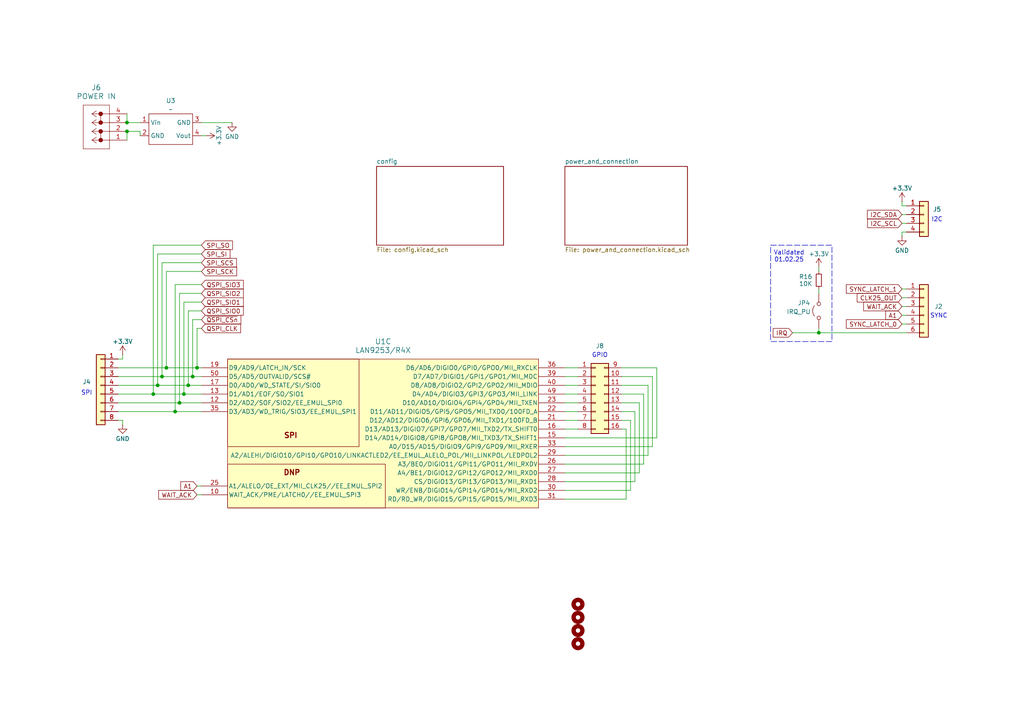
<source format=kicad_sch>
(kicad_sch (version 20231120) (generator "eeschema") (generator_version "8.0")
  (paper "A4")
  (title_block (title "Kyncat") (date "2025-01-03") (rev "0.0.1") (company "Kynsight GmbH") (comment 1 "Git : https://git.keydev.me/kynsight/Kyncathttps://git.keydev.me/kynsight/Kyncat") (comment 2 "EtherCAT devices for various use cases. This one is the first test board"))
  (lib_symbols
    (symbol "370_DCDC_Module:arnie4833"
      (property "Reference" "U" (at -5.588 6.35 0))
      (symbol "arnie4833_0_1"
        (rectangle (start -6.35 5.08) (end 6.35 -3.81))
      )
      (symbol "arnie4833_1_1"
        (pin power_in line (at -8.89 2.54 0) (length 2.54) (name "Vin") (number "1"))
        (pin power_in line (at -8.89 -1.27 0) (length 2.54) (name "GND") (number "2"))
        (pin power_out line (at 8.89 2.54 180) (length 2.54) (name "GND") (number "3"))
        (pin power_in line (at 8.89 -1.27 180) (length 2.54) (name "Vout") (number "4"))
      )
    )
    (symbol "470_specific_microchip:LAN9253_R4X" (pin_names (offset 0.254))
      (property "Reference" "U" (at -38.1 29.464 0))
      (property "Value" "LAN9253/R4X" (at -30.226 -31.242 0))
      (symbol "LAN9253_R4X_1_1"
        (rectangle (start -38.1 27.94) (end 38.1 -29.21) (fill (type background)))
        (polyline (pts (xy 0 -7.62) (xy 38.1 -7.62)))
        (polyline (pts (xy 38.1 13.97) (xy -38.1 13.97)))
        (polyline (pts (xy -38.1 -3.81) (xy 0 -3.81) (xy 0 13.97)))
        (polyline (pts (xy 0 -2.54) (xy 0 -29.21) (xy -38.1 -29.21)))
        (text "INT PORT1" (at 15.748 3.556 0) (effects (font (size 1.524 1.524) (thickness 0.3048) (bold yes))))
        (text "INT PORT2" (at 15.24 -19.05 0) (effects (font (size 1.524 1.524) (thickness 0.3048) (bold yes))))
        (text "OCS" (at -14.224 5.08 0) (effects (font (size 1.524 1.524) (thickness 0.3048) (bold yes))))
        (text "OTHER \nSIGNALS" (at -13.462 -12.954 0) (effects (font (size 1.524 1.524) (thickness 0.3048) (bold yes))))
        (text "POWER" (at -35.306 20.574 900) (effects (font (size 1.524 1.524) (thickness 0.3048) (bold yes))))
        (pin input line (at -45.72 7.62 0) (length 7.62) (name "OSCI") (number "1"))
        (pin bidirectional line (at -45.72 -15.24 0) (length 7.62) (name "RST#") (number "11"))
        (pin power_in line (at -5.08 35.56 270) (length 7.62) (name "VDDIO") (number "14"))
        (pin output line (at -45.72 3.81 0) (length 7.62) (name "OSCO") (number "2"))
        (pin power_in line (at -2.54 35.56 270) (length 7.62) (name "VDDIO") (number "20"))
        (pin power_in line (at 15.24 35.56 270) (length 7.62) (name "VDDCR") (number "24"))
        (pin power_in line (at -45.72 11.43 0) (length 7.62) (name "OSCVDD12") (number "3"))
        (pin power_in line (at 0 35.56 270) (length 7.62) (name "VDDIO") (number "32"))
        (pin power_in line (at 2.54 35.56 270) (length 7.62) (name "VDDIO") (number "37"))
        (pin power_in line (at 17.78 35.56 270) (length 7.62) (name "VDDCR") (number "38"))
        (pin power_out line (at -45.72 0 0) (length 7.62) (name "OSCVSS") (number "4"))
        (pin input line (at -45.72 -26.67 0) (length 7.62) (name "TESTMODE") (number "41"))
        (pin bidirectional line (at -45.72 -19.05 0) (length 7.62) (name "IRQ/LATCH1") (number "44"))
        (pin power_in line (at 5.08 35.56 270) (length 7.62) (name "VDDIO") (number "47"))
        (pin power_in line (at -12.7 35.56 270) (length 7.62) (name "VDD33") (number "5"))
        (pin power_in line (at -30.48 35.56 270) (length 7.62) (name "VDD33TXRX1") (number "51"))
        (pin unspecified line (at 45.72 7.62 180) (length 7.62) (name "TNXA") (number "52"))
        (pin unspecified line (at 45.72 5.08 180) (length 7.62) (name "TXPA") (number "53"))
        (pin unspecified line (at 45.72 2.54 180) (length 7.62) (name "RXNA") (number "54"))
        (pin unspecified line (at 45.72 0 180) (length 7.62) (name "RXPA") (number "55"))
        (pin power_in line (at 25.4 35.56 270) (length 7.62) (name "VDD12TX1") (number "56"))
        (pin unspecified line (at -45.72 -11.43 0) (length 7.62) (name "RBIAS") (number "57"))
        (pin power_in line (at -20.32 35.56 270) (length 7.62) (name "VDD33BIAS") (number "58"))
        (pin power_in line (at 27.94 35.56 270) (length 7.62) (name "VDD12TX2") (number "59"))
        (pin power_in line (at 12.7 35.56 270) (length 7.62) (name "VDDCR") (number "6"))
        (pin unspecified line (at 45.72 -22.86 180) (length 7.62) (name "RXPB") (number "60"))
        (pin unspecified line (at 45.72 -20.32 180) (length 7.62) (name "RXNB") (number "61"))
        (pin unspecified line (at 45.72 -17.78 180) (length 7.62) (name "TXPB") (number "62"))
        (pin unspecified line (at 45.72 -15.24 180) (length 7.62) (name "TXNB") (number "63"))
        (pin power_in line (at -27.94 35.56 270) (length 7.62) (name "VDD33TXRX2") (number "64"))
        (pin power_out line (at 35.56 35.56 270) (length 7.62) (name "GND") (number "65"))
        (pin unspecified line (at -45.72 -7.62 0) (length 7.62) (name "REG_EN") (number "7"))
        (pin bidirectional line (at -45.72 -22.86 0) (length 7.62) (name "CLK_25/CLK_25_EN/XTAL_MODE") (number "8"))
      )
      (symbol "LAN9253_R4X_2_1"
        (rectangle (start -53.34 10.16) (end 50.8 -10.16) (fill (type background)))
        (polyline (pts (xy -53.34 0) (xy 50.8 0)))
        (polyline (pts (xy 0 10.16) (xy 0 -10.16)))
        (text "Clock Sync/Latch \n      (OUT/IN)" (at -12.7 5.08 0) (effects (font (size 1.524 1.524) (thickness 0.3048) (bold yes))))
        (text "I2C\nEEPROM" (at 20.32 -4.826 0) (effects (font (size 1.524 1.524) (thickness 0.3048) (bold yes))))
        (text "MODE" (at 5.334 3.556 0) (effects (font (size 1.524 1.524) (thickness 0.3048) (bold yes))))
        (text "Status" (at -10.414 -3.302 0) (effects (font (size 1.524 1.524) (thickness 0.3048) (bold yes))))
        (pin bidirectional line (at -60.96 7.62 0) (length 7.62) (name "SYNC1/LATCH1/PME") (number "18"))
        (pin bidirectional line (at -60.96 3.81 0) (length 7.62) (name "SYNC0/LATCH0/PME") (number "34"))
        (pin bidirectional line (at 58.42 -3.81 180) (length 7.62) (name "EESDA/TMS/EE_EMUL1") (number "42"))
        (pin bidirectional line (at 58.42 -7.62 180) (length 7.62) (name "EESCL/TCK/EE_EMUL2") (number "43"))
        (pin bidirectional line (at -60.96 -7.62 0) (length 7.62) (name "RUNLED/STATE_RUNLED/E2PSIZE/EE_EMUL0/LEDPOL3") (number "45"))
        (pin bidirectional line (at 58.42 3.81 180) (length 7.62) (name "LINKACTLED1/TDI/CHIP_MODE1/LEDPOL1") (number "46"))
        (pin bidirectional line (at 58.42 7.62 180) (length 7.62) (name "LINKACTLED0/TDO/CHIP_MODE0/100FD_A/LEDPOL0") (number "48"))
        (pin bidirectional line (at -60.96 -3.81 0) (length 7.62) (name "ERRLED/PME/100FD_B/LEDPOL4") (number "9"))
      )
      (symbol "LAN9253_R4X_3_1"
        (rectangle (start -45.72 -11.43) (end 0 -24.13))
        (rectangle (start -45.72 19.05) (end 44.45 -24.13) (fill (type background)))
        (rectangle (start -7.62 19.05) (end -45.72 -6.35))
        (text "DNP" (at -27.0897 -13.8086 0) (effects (font (size 1.524 1.524) (thickness 0.3048) (bold yes))))
        (text "SPI" (at -27.432 -3.048 0) (effects (font (size 1.524 1.524) (thickness 0.3048) (bold yes))))
        (pin bidirectional line (at -53.34 -20.32 0) (length 7.62) (name "WAIT_ACK/PME/LATCH0//EE_EMUL_SPI3") (number "10"))
        (pin bidirectional line (at -53.34 6.35 0) (length 7.62) (name "D2/AD2/SOF/SIO2/EE_EMUL_SPI0") (number "12"))
        (pin bidirectional line (at -53.34 8.89 0) (length 7.62) (name "D1/AD1/EOF/SO/SIO1") (number "13"))
        (pin bidirectional line (at 52.07 -3.81 180) (length 7.62) (name "D14/AD14/DIGIO8/GPI8/GPO8/MII_TXD3/TX_SHIFT1") (number "15"))
        (pin bidirectional line (at 52.07 -1.27 180) (length 7.62) (name "D13/AD13/DIGIO7/GPI7/GPO7/MII_TXD2/TX_SHIFT0") (number "16"))
        (pin bidirectional line (at -53.34 11.43 0) (length 7.62) (name "D0/AD0/WD_STATE/SI/SIO0") (number "17"))
        (pin bidirectional line (at -53.34 16.51 0) (length 7.62) (name "D9/AD9/LATCH_IN/SCK") (number "19"))
        (pin bidirectional line (at 52.07 1.27 180) (length 7.62) (name "D12/AD12/DIGIO6/GPI6/GPO6/MII_TXD1/100FD_B") (number "21"))
        (pin bidirectional line (at 52.07 3.81 180) (length 7.62) (name "D11/AD11/DIGIO5/GPI5/GPO5/MII_TXD0/100FD_A") (number "22"))
        (pin bidirectional line (at 52.07 6.35 180) (length 7.62) (name "D10/AD10/DIGIO4/GPI4/GPO4/MII_TXEN") (number "23"))
        (pin bidirectional line (at -53.34 -17.78 0) (length 7.62) (name "A1/ALELO/OE_EXT/MII_CLK25//EE_EMUL_SPI2") (number "25"))
        (pin bidirectional line (at 52.07 -11.43 180) (length 7.62) (name "A3/BE0/DIGIO11/GPI11/GPO11/MII_RXDV") (number "26"))
        (pin bidirectional line (at 52.07 -13.97 180) (length 7.62) (name "A4/BE1/DIGIO12/GPI12/GPO12/MII_RXD0") (number "27"))
        (pin bidirectional line (at 52.07 -16.51 180) (length 7.62) (name "CS/DIGIO13/GPI13/GPO13/MII_RXD1") (number "28"))
        (pin bidirectional line (at 52.07 -8.89 180) (length 7.62) (name "A2/ALEHI/DIGIO10/GPI10/GPO10/LINKACTLED2/EE_EMUL_ALELO_POL/MII_LINKPOL/LEDPOL2") (number "29"))
        (pin bidirectional line (at 52.07 -19.05 180) (length 7.62) (name "WR/ENB/DIGIO14/GPI14/GPO14/MII_RXD2") (number "30"))
        (pin bidirectional line (at 52.07 -21.59 180) (length 7.62) (name "RD/RD_WR/DIGIO15/GPI15/GPO15/MII_RXD3") (number "31"))
        (pin bidirectional line (at 52.07 -6.35 180) (length 7.62) (name "A0/D15/AD15/DIGIO9/GPI9/GPO9/MII_RXER") (number "33"))
        (pin bidirectional line (at -53.34 3.81 0) (length 7.62) (name "D3/AD3/WD_TRIG/SIO3/EE_EMUL_SPI1") (number "35"))
        (pin bidirectional line (at 52.07 16.51 180) (length 7.62) (name "D6/AD6/DIGIO0/GPI0/GPO0/MII_RXCLK") (number "36"))
        (pin bidirectional line (at 52.07 13.97 180) (length 7.62) (name "D7/AD7/DIGIO1/GPI1/GPO1/MII_MDC") (number "39"))
        (pin bidirectional line (at 52.07 11.43 180) (length 7.62) (name "D8/AD8/DIGIO2/GPI2/GPO2/MII_MDIO") (number "40"))
        (pin bidirectional line (at 52.07 8.89 180) (length 7.62) (name "D4/AD4/DIGIO3/GPI3/GPO3/MII_LINK") (number "49"))
        (pin bidirectional line (at -53.34 13.97 0) (length 7.62) (name "D5/AD5/OUTVALID/SCS#") (number "50"))
      )
    )
    (symbol "810_Cable_To_Board:wago_2060-1452-998-404" (pin_names (offset 0.254))
      (property "Reference" "J" (at -4.826 3.81 0))
      (property "Value" "2060-452/998-404" (at 8.128 3.81 0))
      (symbol "wago_2060-1452-998-404_1_1"
        (polyline (pts (xy 5.08 -10.16) (xy 12.7 -10.16)) (stroke (width 0.127)))
        (polyline (pts (xy 5.08 2.54) (xy 5.08 -10.16)) (stroke (width 0.127)))
        (polyline (pts (xy 7.62 -5.08) (xy 7.62 -7.62)) (stroke (width 0.127)))
        (polyline (pts (xy 7.62 0) (xy 7.62 -2.54)) (stroke (width 0.127)))
        (polyline (pts (xy 10.16 -7.62) (xy 5.08 -7.62)) (stroke (width 0.127)))
        (polyline (pts (xy 10.16 -7.62) (xy 8.89 -8.4667)) (stroke (width 0.127)))
        (polyline (pts (xy 10.16 -7.62) (xy 8.89 -6.7733)) (stroke (width 0.127)))
        (polyline (pts (xy 10.16 -5.08) (xy 5.08 -5.08)) (stroke (width 0.127)))
        (polyline (pts (xy 10.16 -5.08) (xy 8.89 -5.9267)) (stroke (width 0.127)))
        (polyline (pts (xy 10.16 -5.08) (xy 8.89 -4.2333)) (stroke (width 0.127)))
        (polyline (pts (xy 10.16 -2.54) (xy 5.08 -2.54)) (stroke (width 0.127)))
        (polyline (pts (xy 10.16 -2.54) (xy 8.89 -3.3867)) (stroke (width 0.127)))
        (polyline (pts (xy 10.16 -2.54) (xy 8.89 -1.6933)) (stroke (width 0.127)))
        (polyline (pts (xy 10.16 0) (xy 5.08 0)) (stroke (width 0.127)))
        (polyline (pts (xy 10.16 0) (xy 8.89 -0.8467)) (stroke (width 0.127)))
        (polyline (pts (xy 10.16 0) (xy 8.89 0.8467)) (stroke (width 0.127)))
        (polyline (pts (xy 12.7 -10.16) (xy 12.7 2.54)) (stroke (width 0.127)))
        (polyline (pts (xy 12.7 2.54) (xy 5.08 2.54)) (stroke (width 0.127)))
        (circle (center 7.62 -7.62) (radius 0.127) (stroke (width 0.508)))
        (circle (center 7.62 -5.08) (radius 0.127) (stroke (width 0.508)))
        (circle (center 7.62 -2.54) (radius 0.127) (stroke (width 0.508)))
        (circle (center 7.62 0) (radius 0.127) (stroke (width 0.508)))
        (pin unspecified line (at 0 0 0) (length 5.08) (name "") (number "1"))
        (pin unspecified line (at 0 -2.54 0) (length 5.08) (name "") (number "2"))
        (pin unspecified line (at 0 -5.08 0) (length 5.08) (name "") (number "3"))
        (pin unspecified line (at 0 -7.62 0) (length 5.08) (name "") (number "4"))
      )
      (symbol "wago_2060-1452-998-404_1_2"
        (polyline (pts (xy 5.08 -10.16) (xy 12.7 -10.16)) (stroke (width 0.127)))
        (polyline (pts (xy 5.08 2.54) (xy 5.08 -10.16)) (stroke (width 0.127)))
        (polyline (pts (xy 7.62 -5.08) (xy 7.62 -7.62)) (stroke (width 0.127)))
        (polyline (pts (xy 7.62 0) (xy 7.62 -2.54)) (stroke (width 0.127)))
        (polyline (pts (xy 10.16 -7.62) (xy 5.08 -7.62)) (stroke (width 0.127)))
        (polyline (pts (xy 10.16 -7.62) (xy 8.89 -8.4667)) (stroke (width 0.127)))
        (polyline (pts (xy 10.16 -7.62) (xy 8.89 -6.7733)) (stroke (width 0.127)))
        (polyline (pts (xy 10.16 -5.08) (xy 5.08 -5.08)) (stroke (width 0.127)))
        (polyline (pts (xy 10.16 -5.08) (xy 8.89 -5.9267)) (stroke (width 0.127)))
        (polyline (pts (xy 10.16 -5.08) (xy 8.89 -4.2333)) (stroke (width 0.127)))
        (polyline (pts (xy 10.16 -2.54) (xy 5.08 -2.54)) (stroke (width 0.127)))
        (polyline (pts (xy 10.16 -2.54) (xy 8.89 -3.3867)) (stroke (width 0.127)))
        (polyline (pts (xy 10.16 -2.54) (xy 8.89 -1.6933)) (stroke (width 0.127)))
        (polyline (pts (xy 10.16 0) (xy 5.08 0)) (stroke (width 0.127)))
        (polyline (pts (xy 10.16 0) (xy 8.89 -0.8467)) (stroke (width 0.127)))
        (polyline (pts (xy 10.16 0) (xy 8.89 0.8467)) (stroke (width 0.127)))
        (polyline (pts (xy 12.7 -10.16) (xy 12.7 2.54)) (stroke (width 0.127)))
        (polyline (pts (xy 12.7 2.54) (xy 5.08 2.54)) (stroke (width 0.127)))
        (circle (center 7.62 -7.62) (radius 0.127) (stroke (width 0.508)))
        (circle (center 7.62 -5.08) (radius 0.127) (stroke (width 0.508)))
        (circle (center 7.62 -2.54) (radius 0.127) (stroke (width 0.508)))
        (circle (center 7.62 0) (radius 0.127) (stroke (width 0.508)))
        (pin unspecified line (at 0 0 0) (length 5.08) (name "1_1") (number "1"))
        (pin unspecified line (at 0 -2.54 0) (length 5.08) (name "1_2") (number "2"))
        (pin unspecified line (at 0 -5.08 0) (length 5.08) (name "2_1") (number "3"))
        (pin unspecified line (at 0 -7.62 0) (length 5.08) (name "2_2") (number "4"))
      )
    )
    (symbol "Connector_Generic:Conn_01x04" (pin_names (offset 1.016) hide)
      (property "Reference" "J" (at 0 5.08 0))
      (property "Value" "Conn_01x04" (at 0 -7.62 0))
      (symbol "Conn_01x04_1_1"
        (rectangle (start -1.27 -4.953) (end 0 -5.207) (stroke (width 0.1524)))
        (rectangle (start -1.27 -2.413) (end 0 -2.667) (stroke (width 0.1524)))
        (rectangle (start -1.27 0.127) (end 0 -0.127) (stroke (width 0.1524)))
        (rectangle (start -1.27 2.667) (end 0 2.413) (stroke (width 0.1524)))
        (rectangle (start -1.27 3.81) (end 1.27 -6.35) (stroke (width 0.254)) (fill (type background)))
        (pin passive line (at -5.08 2.54 0) (length 3.81) (name "Pin_1") (number "1"))
        (pin passive line (at -5.08 0 0) (length 3.81) (name "Pin_2") (number "2"))
        (pin passive line (at -5.08 -2.54 0) (length 3.81) (name "Pin_3") (number "3"))
        (pin passive line (at -5.08 -5.08 0) (length 3.81) (name "Pin_4") (number "4"))
      )
    )
    (symbol "Connector_Generic:Conn_01x06" (pin_names (offset 1.016) hide)
      (property "Reference" "J" (at 0 7.62 0))
      (property "Value" "Conn_01x06" (at 0 -10.16 0))
      (symbol "Conn_01x06_1_1"
        (rectangle (start -1.27 -7.493) (end 0 -7.747) (stroke (width 0.1524)))
        (rectangle (start -1.27 -4.953) (end 0 -5.207) (stroke (width 0.1524)))
        (rectangle (start -1.27 -2.413) (end 0 -2.667) (stroke (width 0.1524)))
        (rectangle (start -1.27 0.127) (end 0 -0.127) (stroke (width 0.1524)))
        (rectangle (start -1.27 2.667) (end 0 2.413) (stroke (width 0.1524)))
        (rectangle (start -1.27 5.207) (end 0 4.953) (stroke (width 0.1524)))
        (rectangle (start -1.27 6.35) (end 1.27 -8.89) (stroke (width 0.254)) (fill (type background)))
        (pin passive line (at -5.08 5.08 0) (length 3.81) (name "Pin_1") (number "1"))
        (pin passive line (at -5.08 2.54 0) (length 3.81) (name "Pin_2") (number "2"))
        (pin passive line (at -5.08 0 0) (length 3.81) (name "Pin_3") (number "3"))
        (pin passive line (at -5.08 -2.54 0) (length 3.81) (name "Pin_4") (number "4"))
        (pin passive line (at -5.08 -5.08 0) (length 3.81) (name "Pin_5") (number "5"))
        (pin passive line (at -5.08 -7.62 0) (length 3.81) (name "Pin_6") (number "6"))
      )
    )
    (symbol "Connector_Generic:Conn_01x08" (pin_names (offset 1.016) hide)
      (property "Reference" "J" (at 0 10.16 0))
      (property "Value" "Conn_01x08" (at 0 -12.7 0))
      (symbol "Conn_01x08_1_1"
        (rectangle (start -1.27 -10.033) (end 0 -10.287) (stroke (width 0.1524)))
        (rectangle (start -1.27 -7.493) (end 0 -7.747) (stroke (width 0.1524)))
        (rectangle (start -1.27 -4.953) (end 0 -5.207) (stroke (width 0.1524)))
        (rectangle (start -1.27 -2.413) (end 0 -2.667) (stroke (width 0.1524)))
        (rectangle (start -1.27 0.127) (end 0 -0.127) (stroke (width 0.1524)))
        (rectangle (start -1.27 2.667) (end 0 2.413) (stroke (width 0.1524)))
        (rectangle (start -1.27 5.207) (end 0 4.953) (stroke (width 0.1524)))
        (rectangle (start -1.27 7.747) (end 0 7.493) (stroke (width 0.1524)))
        (rectangle (start -1.27 8.89) (end 1.27 -11.43) (stroke (width 0.254)) (fill (type background)))
        (pin passive line (at -5.08 7.62 0) (length 3.81) (name "Pin_1") (number "1"))
        (pin passive line (at -5.08 5.08 0) (length 3.81) (name "Pin_2") (number "2"))
        (pin passive line (at -5.08 2.54 0) (length 3.81) (name "Pin_3") (number "3"))
        (pin passive line (at -5.08 0 0) (length 3.81) (name "Pin_4") (number "4"))
        (pin passive line (at -5.08 -2.54 0) (length 3.81) (name "Pin_5") (number "5"))
        (pin passive line (at -5.08 -5.08 0) (length 3.81) (name "Pin_6") (number "6"))
        (pin passive line (at -5.08 -7.62 0) (length 3.81) (name "Pin_7") (number "7"))
        (pin passive line (at -5.08 -10.16 0) (length 3.81) (name "Pin_8") (number "8"))
      )
    )
    (symbol "Connector_Generic:Conn_02x08_Top_Bottom" (pin_names (offset 1.016) hide)
      (property "Reference" "J" (at 1.27 10.16 0))
      (property "Value" "Conn_02x08_Top_Bottom" (at 1.27 -12.7 0))
      (symbol "Conn_02x08_Top_Bottom_1_1"
        (rectangle (start -1.27 -10.033) (end 0 -10.287) (stroke (width 0.1524)))
        (rectangle (start -1.27 -7.493) (end 0 -7.747) (stroke (width 0.1524)))
        (rectangle (start -1.27 -4.953) (end 0 -5.207) (stroke (width 0.1524)))
        (rectangle (start -1.27 -2.413) (end 0 -2.667) (stroke (width 0.1524)))
        (rectangle (start -1.27 0.127) (end 0 -0.127) (stroke (width 0.1524)))
        (rectangle (start -1.27 2.667) (end 0 2.413) (stroke (width 0.1524)))
        (rectangle (start -1.27 5.207) (end 0 4.953) (stroke (width 0.1524)))
        (rectangle (start -1.27 7.747) (end 0 7.493) (stroke (width 0.1524)))
        (rectangle (start -1.27 8.89) (end 3.81 -11.43) (stroke (width 0.254)) (fill (type background)))
        (rectangle (start 3.81 -10.033) (end 2.54 -10.287) (stroke (width 0.1524)))
        (rectangle (start 3.81 -7.493) (end 2.54 -7.747) (stroke (width 0.1524)))
        (rectangle (start 3.81 -4.953) (end 2.54 -5.207) (stroke (width 0.1524)))
        (rectangle (start 3.81 -2.413) (end 2.54 -2.667) (stroke (width 0.1524)))
        (rectangle (start 3.81 0.127) (end 2.54 -0.127) (stroke (width 0.1524)))
        (rectangle (start 3.81 2.667) (end 2.54 2.413) (stroke (width 0.1524)))
        (rectangle (start 3.81 5.207) (end 2.54 4.953) (stroke (width 0.1524)))
        (rectangle (start 3.81 7.747) (end 2.54 7.493) (stroke (width 0.1524)))
        (pin passive line (at -5.08 7.62 0) (length 3.81) (name "Pin_1") (number "1"))
        (pin passive line (at 7.62 5.08 180) (length 3.81) (name "Pin_10") (number "10"))
        (pin passive line (at 7.62 2.54 180) (length 3.81) (name "Pin_11") (number "11"))
        (pin passive line (at 7.62 0 180) (length 3.81) (name "Pin_12") (number "12"))
        (pin passive line (at 7.62 -2.54 180) (length 3.81) (name "Pin_13") (number "13"))
        (pin passive line (at 7.62 -5.08 180) (length 3.81) (name "Pin_14") (number "14"))
        (pin passive line (at 7.62 -7.62 180) (length 3.81) (name "Pin_15") (number "15"))
        (pin passive line (at 7.62 -10.16 180) (length 3.81) (name "Pin_16") (number "16"))
        (pin passive line (at -5.08 5.08 0) (length 3.81) (name "Pin_2") (number "2"))
        (pin passive line (at -5.08 2.54 0) (length 3.81) (name "Pin_3") (number "3"))
        (pin passive line (at -5.08 0 0) (length 3.81) (name "Pin_4") (number "4"))
        (pin passive line (at -5.08 -2.54 0) (length 3.81) (name "Pin_5") (number "5"))
        (pin passive line (at -5.08 -5.08 0) (length 3.81) (name "Pin_6") (number "6"))
        (pin passive line (at -5.08 -7.62 0) (length 3.81) (name "Pin_7") (number "7"))
        (pin passive line (at -5.08 -10.16 0) (length 3.81) (name "Pin_8") (number "8"))
        (pin passive line (at 7.62 7.62 180) (length 3.81) (name "Pin_9") (number "9"))
      )
    )
    (symbol "Device:R_Small" (pin_numbers hide) (pin_names (offset 0.254) hide)
      (property "Reference" "R" (at 0.762 0.508 0))
      (property "Value" "R_Small" (at 0.762 -1.016 0))
      (symbol "R_Small_0_1"
        (rectangle (start -0.762 1.778) (end 0.762 -1.778) (stroke (width 0.2032)))
      )
      (symbol "R_Small_1_1"
        (pin passive line (at 0 2.54 270) (length 0.762) (name "~") (number "1"))
        (pin passive line (at 0 -2.54 90) (length 0.762) (name "~") (number "2"))
      )
    )
    (symbol "Jumper:Jumper_2_Open" (pin_numbers hide) (pin_names (offset 0) hide) (exclude_from_sim yes)
      (property "Reference" "JP" (at 0 2.794 0))
      (property "Value" "Jumper_2_Open" (at 0 -2.286 0))
      (symbol "Jumper_2_Open_0_0"
        (circle (center -2.032 0) (radius 0.508))
        (circle (center 2.032 0) (radius 0.508))
      )
      (symbol "Jumper_2_Open_0_1"
        (arc (start 1.524 1.27) (mid 0 1.778) (end -1.524 1.27))
      )
      (symbol "Jumper_2_Open_1_1"
        (pin passive line (at -5.08 0 0) (length 2.54) (name "A") (number "1"))
        (pin passive line (at 5.08 0 180) (length 2.54) (name "B") (number "2"))
      )
    )
    (symbol "Mechanical:MountingHole" (pin_names (offset 1.016)) (exclude_from_sim yes) (in_bom no)
      (property "Reference" "H" (at 0 5.08 0))
      (property "Value" "MountingHole" (at 0 3.175 0))
      (symbol "MountingHole_0_1"
        (circle (center 0 0) (radius 1.27) (stroke (width 1.27)))
      )
    )
    (symbol "power:+3.3V" (power) (pin_numbers hide) (pin_names (offset 0) hide)
      (property "Value" "+3.3V" (at 0 3.556 0))
      (symbol "+3.3V_0_1"
        (polyline (pts (xy -0.762 1.27) (xy 0 2.54)))
        (polyline (pts (xy 0 0) (xy 0 2.54)))
        (polyline (pts (xy 0 2.54) (xy 0.762 1.27)))
      )
      (symbol "+3.3V_1_1"
        (pin power_in line (at 0 0 90) (length 0) (name "~") (number "1"))
      )
    )
    (symbol "power:GND" (power) (pin_numbers hide) (pin_names (offset 0) hide)
      (property "Value" "GND" (at 0 -3.81 0))
      (symbol "GND_0_1"
        (polyline (pts (xy 0 0) (xy 0 -1.27) (xy 1.27 -1.27) (xy 0 -2.54) (xy -1.27 -1.27) (xy 0 -1.27)))
      )
      (symbol "GND_1_1"
        (pin power_in line (at 0 0 270) (length 0) (name "~") (number "1"))
      )
    )
  )
  (junction (at 55.88 109.22))
  (junction (at 45.72 111.76))
  (junction (at 36.83 35.56))
  (junction (at 52.07 116.84))
  (junction (at 237.49 96.52))
  (junction (at 57.15 106.68))
  (junction (at 46.99 109.22))
  (junction (at 50.8 119.38))
  (junction (at 36.83 38.1))
  (junction (at 54.61 111.76))
  (junction (at 48.26 106.68))
  (junction (at 44.45 114.3))
  (junction (at 53.34 114.3))
  (wire (pts (xy 237.49 95.25) (xy 237.49 96.52)))
  (wire (pts (xy 229.87 96.52) (xy 237.49 96.52)))
  (wire (pts (xy 53.34 114.3) (xy 58.42 114.3)))
  (wire (pts (xy 187.96 132.08) (xy 187.96 111.76)))
  (wire (pts (xy 163.83 121.92) (xy 167.64 121.92)))
  (wire (pts (xy 46.99 76.2) (xy 58.42 76.2)))
  (wire (pts (xy 50.8 119.38) (xy 50.8 82.55)))
  (wire (pts (xy 53.34 87.63) (xy 58.42 87.63)))
  (wire (pts (xy 237.49 96.52) (xy 262.89 96.52)))
  (wire (pts (xy 181.61 124.46) (xy 180.34 124.46)))
  (wire (pts (xy 187.96 111.76) (xy 180.34 111.76)))
  (wire (pts (xy 261.62 67.31) (xy 262.89 67.31)))
  (wire (pts (xy 262.89 62.23) (xy 261.62 62.23)))
  (wire (pts (xy 182.88 121.92) (xy 180.34 121.92)))
  (wire (pts (xy 237.49 83.82) (xy 237.49 85.09)))
  (wire (pts (xy 44.45 71.12) (xy 58.42 71.12)))
  (wire (pts (xy 58.42 39.37) (xy 59.69 39.37)))
  (wire (pts (xy 50.8 119.38) (xy 58.42 119.38)))
  (wire (pts (xy 184.15 139.7) (xy 184.15 119.38)))
  (wire (pts (xy 52.07 116.84) (xy 58.42 116.84)))
  (wire (pts (xy 35.56 121.92) (xy 34.29 121.92)))
  (wire (pts (xy 182.88 142.24) (xy 182.88 121.92)))
  (wire (pts (xy 163.83 119.38) (xy 167.64 119.38)))
  (wire (pts (xy 163.83 124.46) (xy 167.64 124.46)))
  (wire (pts (xy 36.83 38.1) (xy 40.64 38.1)))
  (wire (pts (xy 55.88 92.71) (xy 58.42 92.71)))
  (wire (pts (xy 262.89 64.77) (xy 261.62 64.77)))
  (wire (pts (xy 34.29 116.84) (xy 52.07 116.84)))
  (wire (pts (xy 180.34 106.68) (xy 190.5 106.68)))
  (wire (pts (xy 36.83 35.56) (xy 40.64 35.56)))
  (wire (pts (xy 40.64 38.1) (xy 40.64 39.37)))
  (wire (pts (xy 34.29 104.14) (xy 35.56 104.14)))
  (wire (pts (xy 34.29 114.3) (xy 44.45 114.3)))
  (wire (pts (xy 57.15 95.25) (xy 58.42 95.25)))
  (wire (pts (xy 261.62 91.44) (xy 262.89 91.44)))
  (wire (pts (xy 46.99 109.22) (xy 46.99 76.2)))
  (wire (pts (xy 186.69 114.3) (xy 180.34 114.3)))
  (wire (pts (xy 57.15 143.51) (xy 58.42 143.51)))
  (wire (pts (xy 35.56 104.14) (xy 35.56 102.87)))
  (wire (pts (xy 52.07 85.09) (xy 58.42 85.09)))
  (wire (pts (xy 36.83 33.02) (xy 36.83 35.56)))
  (wire (pts (xy 186.69 134.62) (xy 186.69 114.3)))
  (wire (pts (xy 261.62 93.98) (xy 262.89 93.98)))
  (wire (pts (xy 48.26 106.68) (xy 48.26 78.74)))
  (wire (pts (xy 163.83 109.22) (xy 167.64 109.22)))
  (wire (pts (xy 45.72 73.66) (xy 58.42 73.66)))
  (wire (pts (xy 54.61 90.17) (xy 58.42 90.17)))
  (wire (pts (xy 57.15 140.97) (xy 58.42 140.97)))
  (wire (pts (xy 261.62 86.36) (xy 262.89 86.36)))
  (wire (pts (xy 163.83 114.3) (xy 167.64 114.3)))
  (wire (pts (xy 261.62 83.82) (xy 262.89 83.82)))
  (wire (pts (xy 185.42 137.16) (xy 185.42 116.84)))
  (wire (pts (xy 45.72 111.76) (xy 54.61 111.76)))
  (wire (pts (xy 34.29 109.22) (xy 46.99 109.22)))
  (wire (pts (xy 261.62 88.9) (xy 262.89 88.9)))
  (wire (pts (xy 36.83 38.1) (xy 36.83 40.64)))
  (wire (pts (xy 55.88 109.22) (xy 58.42 109.22)))
  (wire (pts (xy 34.29 119.38) (xy 50.8 119.38)))
  (wire (pts (xy 58.42 35.56) (xy 67.31 35.56)))
  (wire (pts (xy 163.83 139.7) (xy 184.15 139.7)))
  (wire (pts (xy 35.56 121.92) (xy 35.56 123.19)))
  (wire (pts (xy 261.62 67.31) (xy 261.62 68.58)))
  (wire (pts (xy 54.61 111.76) (xy 58.42 111.76)))
  (wire (pts (xy 34.29 106.68) (xy 48.26 106.68)))
  (wire (pts (xy 185.42 116.84) (xy 180.34 116.84)))
  (wire (pts (xy 189.23 129.54) (xy 189.23 109.22)))
  (wire (pts (xy 55.88 109.22) (xy 55.88 92.71)))
  (wire (pts (xy 181.61 144.78) (xy 181.61 124.46)))
  (wire (pts (xy 44.45 114.3) (xy 44.45 71.12)))
  (wire (pts (xy 57.15 106.68) (xy 58.42 106.68)))
  (wire (pts (xy 48.26 106.68) (xy 57.15 106.68)))
  (wire (pts (xy 46.99 109.22) (xy 55.88 109.22)))
  (wire (pts (xy 190.5 127) (xy 190.5 106.68)))
  (wire (pts (xy 189.23 109.22) (xy 180.34 109.22)))
  (wire (pts (xy 163.83 106.68) (xy 167.64 106.68)))
  (wire (pts (xy 54.61 111.76) (xy 54.61 90.17)))
  (wire (pts (xy 261.62 59.69) (xy 261.62 58.42)))
  (wire (pts (xy 52.07 116.84) (xy 52.07 85.09)))
  (wire (pts (xy 57.15 106.68) (xy 57.15 95.25)))
  (wire (pts (xy 262.89 59.69) (xy 261.62 59.69)))
  (wire (pts (xy 163.83 127) (xy 190.5 127)))
  (wire (pts (xy 44.45 114.3) (xy 53.34 114.3)))
  (wire (pts (xy 163.83 129.54) (xy 189.23 129.54)))
  (wire (pts (xy 48.26 78.74) (xy 58.42 78.74)))
  (wire (pts (xy 184.15 119.38) (xy 180.34 119.38)))
  (wire (pts (xy 53.34 114.3) (xy 53.34 87.63)))
  (wire (pts (xy 45.72 111.76) (xy 45.72 73.66)))
  (wire (pts (xy 163.83 142.24) (xy 182.88 142.24)))
  (wire (pts (xy 163.83 111.76) (xy 167.64 111.76)))
  (wire (pts (xy 237.49 77.47) (xy 237.49 78.74)))
  (wire (pts (xy 163.83 132.08) (xy 187.96 132.08)))
  (wire (pts (xy 163.83 137.16) (xy 185.42 137.16)))
  (wire (pts (xy 163.83 144.78) (xy 181.61 144.78)))
  (wire (pts (xy 163.83 116.84) (xy 167.64 116.84)))
  (wire (pts (xy 34.29 111.76) (xy 45.72 111.76)))
  (wire (pts (xy 50.8 82.55) (xy 58.42 82.55)))
  (wire (pts (xy 163.83 134.62) (xy 186.69 134.62)))
  (rectangle (start 223.52 71.12) (end 241.3 99.06) (stroke (width 0) (type dash)))
  (text "SYNC" (at 272.288 91.694 0) (effects (font (size 1.27 1.27))))
  (text "GPIO" (at 173.99 103.124 0) (effects (font (size 1.27 1.27))))
  (text "SPI" (at 25.146 114.046 0) (effects (font (size 1.27 1.27))))
  (text "Validated\n01.02.25" (at 228.854 74.422 0) (effects (font (size 1.27 1.27))))
  (text "I2C" (at 271.78 63.754 0) (effects (font (size 1.27 1.27))))
  (global_label "I2C_SDA" (shape input) (at 261.62 62.23 180) (property "Intersheetrefs" "${INTERSHEET_REFS}" (effects (hide yes))))
  (global_label "WAIT_ACK" (shape input) (at 261.62 88.9 180) (property "Intersheetrefs" "${INTERSHEET_REFS}" (effects (hide yes))))
  (global_label "A1" (shape input) (at 57.15 140.97 180) (property "Intersheetrefs" "${INTERSHEET_REFS}" (effects (hide yes))))
  (global_label "QSPI_SIO2" (shape input) (at 58.42 85.09 0) (property "Intersheetrefs" "${INTERSHEET_REFS}" (effects (hide yes))))
  (global_label "QSPI_SIO0" (shape input) (at 58.42 90.17 0) (property "Intersheetrefs" "${INTERSHEET_REFS}" (effects (hide yes))))
  (global_label "SPI_SCK" (shape input) (at 58.42 78.74 0) (property "Intersheetrefs" "${INTERSHEET_REFS}" (effects (hide yes))))
  (global_label "WAIT_ACK" (shape input) (at 57.15 143.51 180) (property "Intersheetrefs" "${INTERSHEET_REFS}" (effects (hide yes))))
  (global_label "CLK25_OUT" (shape input) (at 261.62 86.36 180) (property "Intersheetrefs" "${INTERSHEET_REFS}" (effects (hide yes))))
  (global_label "IRQ" (shape input) (at 229.87 96.52 180) (property "Intersheetrefs" "${INTERSHEET_REFS}" (effects (hide yes))))
  (global_label "QSPI_SIO3" (shape input) (at 58.42 82.55 0) (property "Intersheetrefs" "${INTERSHEET_REFS}" (effects (hide yes))))
  (global_label "SYNC_LATCH_1" (shape input) (at 261.62 83.82 180) (property "Intersheetrefs" "${INTERSHEET_REFS}" (effects (hide yes))))
  (global_label "QSPI_CLK" (shape input) (at 58.42 95.25 0) (property "Intersheetrefs" "${INTERSHEET_REFS}" (effects (hide yes))))
  (global_label "I2C_SCL" (shape input) (at 261.62 64.77 180) (property "Intersheetrefs" "${INTERSHEET_REFS}" (effects (hide yes))))
  (global_label "SPI_SI" (shape input) (at 58.42 73.66 0) (property "Intersheetrefs" "${INTERSHEET_REFS}" (effects (hide yes))))
  (global_label "SYNC_LATCH_0" (shape input) (at 261.62 93.98 180) (property "Intersheetrefs" "${INTERSHEET_REFS}" (effects (hide yes))))
  (global_label "SPI_SCS" (shape input) (at 58.42 76.2 0) (property "Intersheetrefs" "${INTERSHEET_REFS}" (effects (hide yes))))
  (global_label "SPI_SO" (shape input) (at 58.42 71.12 0) (property "Intersheetrefs" "${INTERSHEET_REFS}" (effects (hide yes))))
  (global_label "QSPI_SIO1" (shape input) (at 58.42 87.63 0) (property "Intersheetrefs" "${INTERSHEET_REFS}" (effects (hide yes))))
  (global_label "~{QSPI_CSn}" (shape input) (at 58.42 92.71 0) (property "Intersheetrefs" "${INTERSHEET_REFS}" (effects (hide yes))))
  (global_label "A1" (shape input) (at 261.62 91.44 180) (property "Intersheetrefs" "${INTERSHEET_REFS}" (effects (hide yes))))
  (symbol (lib_id "Connector_Generic:Conn_01x04") (at 267.97 62.23 0) (unit 1)
    (property "Reference" "J5" (at 271.78 60.706 0))
    (property "Value" "Conn_01x04" (effects (hide yes)))
    (property "Footprint" "Connector_PinHeader_2.54mm:PinHeader_1x04_P2.54mm_Vertical" (effects (hide yes)))
    (property "Description" "Generic connector, single row, 01x04, script generated (kicad-library-utils/schlib/autogen/connector/)" (effects (hide yes)))
  )
  (symbol (lib_id "power:+3.3V") (at 237.49 77.47 0) (mirror y) (unit 1)
    (property "Reference" "#PWR050" (effects (hide yes)))
    (property "Value" "+3.3V" (at 237.49 73.66 0))
    (property "Description" "Power symbol creates a global label with name \"+3.3V\"" (effects (hide yes)))
  )
  (symbol (lib_id "Mechanical:MountingHole") (at 167.64 179.07 0) (unit 1) (exclude_from_sim yes) (in_bom no)
    (property "Reference" "H2" (effects (hide yes)))
    (property "Value" "MountingHole" (effects (hide yes)))
    (property "Footprint" "MountingHole:MountingHole_3.2mm_M3_DIN965" (effects (hide yes)))
    (property "Description" "Mounting Hole without connection" (effects (hide yes)))
  )
  (symbol (lib_id "Mechanical:MountingHole") (at 167.64 182.88 0) (unit 1) (exclude_from_sim yes) (in_bom no)
    (property "Reference" "H3" (effects (hide yes)))
    (property "Value" "MountingHole" (effects (hide yes)))
    (property "Footprint" "MountingHole:MountingHole_3.2mm_M3_DIN965" (effects (hide yes)))
    (property "Description" "Mounting Hole without connection" (effects (hide yes)))
  )
  (symbol (lib_id "power:+3.3V") (at 261.62 58.42 0) (mirror y) (unit 1)
    (property "Reference" "#PWR040" (effects (hide yes)))
    (property "Value" "+3.3V" (at 261.62 54.61 0))
    (property "Description" "Power symbol creates a global label with name \"+3.3V\"" (effects (hide yes)))
  )
  (symbol (lib_id "Jumper:Jumper_2_Open") (at 237.49 90.17 90) (unit 1) (exclude_from_sim yes)
    (property "Reference" "JP4" (at 233.172 87.884 90))
    (property "Value" "IRQ_PU" (at 231.648 90.424 90))
    (property "Footprint" "Jumper:SolderJumper-2_P1.3mm_Open_RoundedPad1.0x1.5mm" (effects (hide yes)))
    (property "Description" "Jumper, 2-pole, open" (effects (hide yes)))
  )
  (symbol (lib_id "power:+3.3V") (at 35.56 102.87 0) (unit 1)
    (property "Reference" "#PWR039" (effects (hide yes)))
    (property "Value" "+3.3V" (at 35.56 99.06 0))
    (property "Description" "Power symbol creates a global label with name \"+3.3V\"" (effects (hide yes)))
  )
  (symbol (lib_id "Device:R_Small") (at 237.49 81.28 0) (unit 1)
    (property "Reference" "R16" (at 233.68 80.264 0))
    (property "Value" "10K" (at 233.68 82.296 0))
    (property "Footprint" "Resistor_SMD:R_0603_1608Metric" (effects (hide yes)))
    (property "Description" "Resistor, small symbol" (effects (hide yes)))
    (property "Man" "Yageo" (effects (hide yes)))
    (property "Man_No" "RC0603FR-0710KL" (effects (hide yes)))
    (property "Disti" "Digikey" (effects (hide yes)))
    (property "Disti_No" "311-10.0KHRCT-ND" (effects (hide yes)))
  )
  (symbol (lib_id "power:GND") (at 35.56 123.19 0) (unit 1)
    (property "Reference" "#PWR038" (effects (hide yes)))
    (property "Value" "GND" (at 35.56 127.254 0))
    (property "Description" "Power symbol creates a global label with name \"GND\" , ground" (effects (hide yes)))
  )
  (symbol (lib_id "Connector_Generic:Conn_02x08_Top_Bottom") (at 172.72 114.3 0) (unit 1)
    (property "Reference" "J8" (at 173.99 100.33 0))
    (property "Value" "Conn_02x08_Top_Bottom" (effects (hide yes)))
    (property "Footprint" "Connector_PinHeader_2.54mm:PinHeader_2x08_P2.54mm_Vertical" (effects (hide yes)))
    (property "Description" "Generic connector, double row, 02x08, top/bottom pin numbering scheme (row 1: 1...pins_per_row, row2: pins_per_row+1 ... num_pins), script generated (kicad-library-utils/schlib/autogen/connector/)" (effects (hide yes)))
  )
  (symbol (lib_id "370_DCDC_Module:arnie4833") (at 49.53 38.1 0) (unit 1)
    (property "Reference" "U3" (at 49.53 29.21 0))
    (property "Value" "~" (at 49.53 31.75 0))
    (property "Footprint" "370_DCDC_Module:arnie4433" (effects (hide yes)))
  )
  (symbol (lib_id "810_Cable_To_Board:wago_2060-1452-998-404") (at 36.83 40.64 180) (unit 1)
    (property "Reference" "J6" (at 27.94 25.4 0) (effects (font (size 1.524 1.524))))
    (property "Value" "POWER IN" (at 27.94 27.94 0) (effects (font (size 1.524 1.524))))
    (property "Footprint" "810_connectors_clable_to_Board:wago_2060-1452-998-404" (effects (hide yes)))
    (property "Datasheet" "2060-1452/998-404" (effects (hide yes)))
    (property "Man" "Wago" (effects (hide yes)))
    (property "Man_No" "2060-1452/998-404" (effects (hide yes)))
    (property "Disti" "Digikey" (effects (hide yes)))
    (property "Disti_No" "2946-2060-1452/998-404CT-ND" (effects (hide yes)))
  )
  (symbol (lib_id "Connector_Generic:Conn_01x06") (at 267.97 88.9 0) (unit 1)
    (property "Reference" "J2" (at 271.018 88.9 0) (effects (justify left)))
    (property "Value" "Conn_01x06" (effects (hide yes)))
    (property "Footprint" "Connector_PinHeader_2.54mm:PinHeader_1x06_P2.54mm_Vertical" (effects (hide yes)))
    (property "Description" "Generic connector, single row, 01x06, script generated (kicad-library-utils/schlib/autogen/connector/)" (effects (hide yes)))
  )
  (symbol (lib_id "power:+3.3V") (at 59.69 39.37 270) (unit 1)
    (property "Reference" "#PWR043" (effects (hide yes)))
    (property "Value" "+3.3V" (at 63.5 39.37 0))
    (property "Description" "Power symbol creates a global label with name \"+3.3V\"" (effects (hide yes)))
  )
  (symbol (lib_id "Connector_Generic:Conn_01x08") (at 29.21 111.76 0) (mirror y) (unit 1)
    (property "Reference" "J4" (at 25.146 110.744 0))
    (property "Value" "Conn_01x08" (effects (hide yes)))
    (property "Footprint" "Connector_PinHeader_2.54mm:PinHeader_1x08_P2.54mm_Vertical" (effects (hide yes)))
    (property "Description" "Generic connector, single row, 01x08, script generated (kicad-library-utils/schlib/autogen/connector/)" (effects (hide yes)))
  )
  (symbol (lib_id "power:GND") (at 261.62 68.58 0) (mirror y) (unit 1)
    (property "Reference" "#PWR041" (effects (hide yes)))
    (property "Value" "GND" (at 261.62 72.644 0))
    (property "Description" "Power symbol creates a global label with name \"GND\" , ground" (effects (hide yes)))
  )
  (symbol (lib_id "470_specific_microchip:LAN9253_R4X") (at 111.76 123.19 0) (unit 3)
    (property "Reference" "U1" (at 111.125 99.06 0) (effects (font (size 1.524 1.524))))
    (property "Value" "LAN9253/R4X" (at 111.125 101.6 0) (effects (font (size 1.524 1.524))))
    (property "Footprint" "Package_DFN_QFN:QFN-64-1EP_9x9mm_P0.5mm_EP6x6mm_ThermalVias" (effects (hide yes)))
    (property "Datasheet" "https://ww1.microchip.com/downloads/aemDocuments/documents/UNG/ProductDocuments/DataSheets/LAN9253-Data-Sheet-DS00003421.pdf" (effects (hide yes)))
    (property "Man" "Microchip" (effects (hide yes)))
    (property "Man_No" "LAN9253/R4X" (effects (hide yes)))
    (property "Disti" "Mouser" (effects (hide yes)))
    (property "Disti_No" " 579-LAN9253/R4X " (effects (hide yes)))
  )
  (symbol (lib_id "Mechanical:MountingHole") (at 167.64 175.26 0) (unit 1) (exclude_from_sim yes) (in_bom no)
    (property "Reference" "H1" (effects (hide yes)))
    (property "Value" "MountingHole" (effects (hide yes)))
    (property "Footprint" "MountingHole:MountingHole_3.2mm_M3_DIN965" (effects (hide yes)))
    (property "Description" "Mounting Hole without connection" (effects (hide yes)))
  )
  (symbol (lib_id "Mechanical:MountingHole") (at 167.64 186.69 0) (unit 1) (exclude_from_sim yes) (in_bom no)
    (property "Reference" "H4" (effects (hide yes)))
    (property "Value" "MountingHole" (effects (hide yes)))
    (property "Footprint" "MountingHole:MountingHole_3.2mm_M3_DIN965" (effects (hide yes)))
    (property "Description" "Mounting Hole without connection" (effects (hide yes)))
  )
  (symbol (lib_id "power:GND") (at 67.31 35.56 0) (unit 1)
    (property "Reference" "#PWR044" (effects (hide yes)))
    (property "Value" "GND" (at 67.31 39.624 0))
    (property "Description" "Power symbol creates a global label with name \"GND\" , ground" (effects (hide yes)))
  )
  (sheet (at 109.22 48.26) (size 36.83 22.86) (stroke (width 0.1524))
    (property "Sheetname" "config" (at 109.22 47.5484 0) (effects (justify left bottom)))
    (property "Sheetfile" "config.kicad_sch" (at 109.22 71.7046 0) (effects (justify left top)))
  )
  (sheet (at 163.83 48.26) (size 35.56 22.86) (stroke (width 0.1524))
    (property "Sheetname" "power_and_connection" (at 163.83 47.5484 0) (effects (justify left bottom)))
    (property "Sheetfile" "power_and_connection.kicad_sch" (at 163.83 71.7046 0) (effects (justify left top)))
  )
)
</source>
